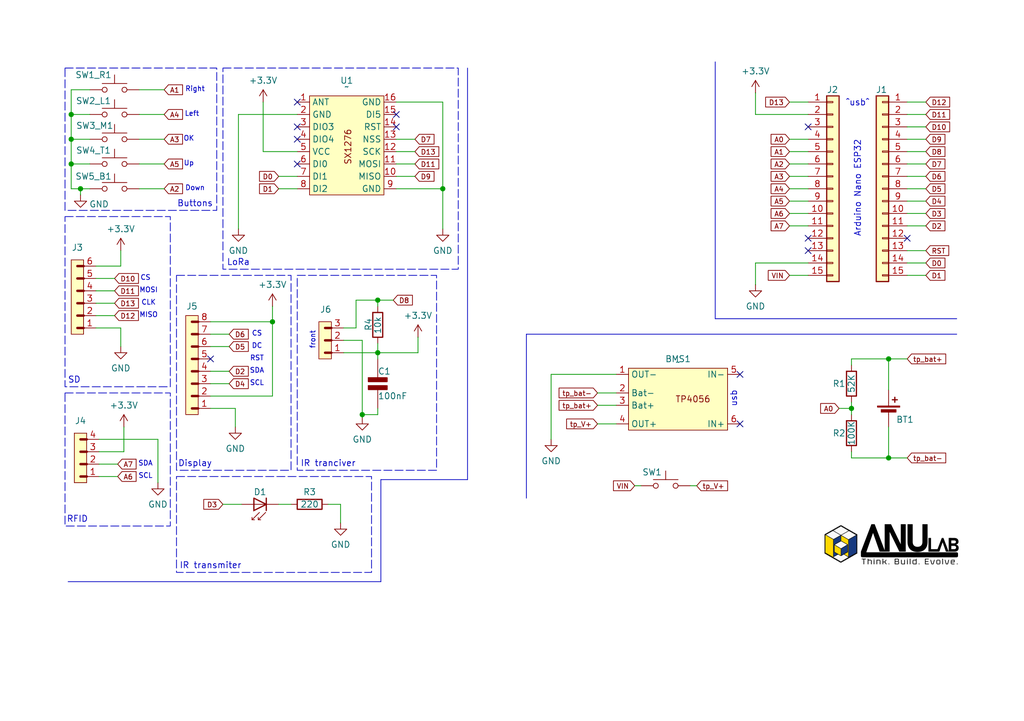
<source format=kicad_sch>
(kicad_sch (version 20250114) (generator "eeschema") (generator_version "9.0")
  (paper "A5")
  (title_block (title "capibaraZero PCB") (date "2025-06-04") (rev "1.5") (company "Szymon \"Glinek\" Glinka under ANUlab Organization") (comment 1 "credits: capibarazero.com"))
  (lib_symbols
    (symbol "Connector_Generic:Conn_01x15" (pin_names (offset 1.016) (hide yes))
      (property "Reference" "J" (at 0 20.32 0))
      (property "Value" "Conn_01x15" (at 0 -20.32 0))
      (symbol "Conn_01x15_1_1"
        (rectangle (start -1.27 19.05) (end 1.27 -19.05) (stroke (width 0.254)) (fill (type background)))
        (rectangle (start -1.27 17.907) (end 0 17.653) (stroke (width 0.1524)))
        (rectangle (start -1.27 15.367) (end 0 15.113) (stroke (width 0.1524)))
        (rectangle (start -1.27 12.827) (end 0 12.573) (stroke (width 0.1524)))
        (rectangle (start -1.27 10.287) (end 0 10.033) (stroke (width 0.1524)))
        (rectangle (start -1.27 7.747) (end 0 7.493) (stroke (width 0.1524)))
        (rectangle (start -1.27 5.207) (end 0 4.953) (stroke (width 0.1524)))
        (rectangle (start -1.27 2.667) (end 0 2.413) (stroke (width 0.1524)))
        (rectangle (start -1.27 0.127) (end 0 -0.127) (stroke (width 0.1524)))
        (rectangle (start -1.27 -2.413) (end 0 -2.667) (stroke (width 0.1524)))
        (rectangle (start -1.27 -4.953) (end 0 -5.207) (stroke (width 0.1524)))
        (rectangle (start -1.27 -7.493) (end 0 -7.747) (stroke (width 0.1524)))
        (rectangle (start -1.27 -10.033) (end 0 -10.287) (stroke (width 0.1524)))
        (rectangle (start -1.27 -12.573) (end 0 -12.827) (stroke (width 0.1524)))
        (rectangle (start -1.27 -15.113) (end 0 -15.367) (stroke (width 0.1524)))
        (rectangle (start -1.27 -17.653) (end 0 -17.907) (stroke (width 0.1524)))
        (pin passive line (at -5.08 17.78 0) (length 3.81) (name "Pin_1") (number "1"))
        (pin passive line (at -5.08 15.24 0) (length 3.81) (name "Pin_2") (number "2"))
        (pin passive line (at -5.08 12.7 0) (length 3.81) (name "Pin_3") (number "3"))
        (pin passive line (at -5.08 10.16 0) (length 3.81) (name "Pin_4") (number "4"))
        (pin passive line (at -5.08 7.62 0) (length 3.81) (name "Pin_5") (number "5"))
        (pin passive line (at -5.08 5.08 0) (length 3.81) (name "Pin_6") (number "6"))
        (pin passive line (at -5.08 2.54 0) (length 3.81) (name "Pin_7") (number "7"))
        (pin passive line (at -5.08 0 0) (length 3.81) (name "Pin_8") (number "8"))
        (pin passive line (at -5.08 -2.54 0) (length 3.81) (name "Pin_9") (number "9"))
        (pin passive line (at -5.08 -5.08 0) (length 3.81) (name "Pin_10") (number "10"))
        (pin passive line (at -5.08 -7.62 0) (length 3.81) (name "Pin_11") (number "11"))
        (pin passive line (at -5.08 -10.16 0) (length 3.81) (name "Pin_12") (number "12"))
        (pin passive line (at -5.08 -12.7 0) (length 3.81) (name "Pin_13") (number "13"))
        (pin passive line (at -5.08 -15.24 0) (length 3.81) (name "Pin_14") (number "14"))
        (pin passive line (at -5.08 -17.78 0) (length 3.81) (name "Pin_15") (number "15"))
      )
    )
    (symbol "Device:Battery_Cell" (pin_numbers (hide yes)) (pin_names (offset 0) (hide yes))
      (property "Reference" "BT" (at 2.54 2.54 0))
      (property "Value" "Battery_Cell" (at 2.54 0 0))
      (symbol "Battery_Cell_0_1"
        (rectangle (start -2.286 1.778) (end 2.286 1.524) (fill (type outline)))
        (rectangle (start -1.524 1.016) (end 1.524 0.508) (fill (type outline)))
        (polyline (pts (xy 0 1.778) (xy 0 2.54)))
        (polyline (pts (xy 0 0.762) (xy 0 0)))
        (polyline (pts (xy 0.762 3.048) (xy 1.778 3.048)) (stroke (width 0.254)))
        (polyline (pts (xy 1.27 3.556) (xy 1.27 2.54)) (stroke (width 0.254)))
      )
      (symbol "Battery_Cell_1_1"
        (pin passive line (at 0 5.08 270) (length 2.54) (name "+") (number "1"))
        (pin passive line (at 0 -2.54 90) (length 2.54) (name "-") (number "2"))
      )
    )
    (symbol "Device:R" (pin_numbers (hide yes)) (pin_names (offset 0))
      (property "Reference" "R" (at 2.032 0 90))
      (property "Value" "R" (at 0 0 90))
      (symbol "R_0_1"
        (rectangle (start -1.016 -2.54) (end 1.016 2.54) (stroke (width 0.254)))
      )
      (symbol "R_1_1"
        (pin passive line (at 0 3.81 270) (length 1.27) (name "~") (number "1"))
        (pin passive line (at 0 -3.81 90) (length 1.27) (name "~") (number "2"))
      )
    )
    (symbol "LED:IR204A" (pin_numbers (hide yes)) (pin_names (offset 1.016) (hide yes))
      (property "Reference" "D" (at 0.508 1.778 0))
      (property "Value" "IR204A" (at -1.016 -2.794 0))
      (symbol "IR204A_0_1"
        (polyline (pts (xy -2.54 1.27) (xy -2.54 -1.27)) (stroke (width 0.254)))
        (polyline (pts (xy -2.413 1.651) (xy -0.889 3.175) (xy -0.889 2.667) (xy -0.889 3.175) (xy -1.397 3.175)))
        (polyline (pts (xy -1.143 1.651) (xy 0.381 3.175) (xy 0.381 2.667)))
        (polyline (pts (xy 0 1.27) (xy -2.54 0) (xy 0 -1.27) (xy 0 1.27)) (stroke (width 0.254)))
        (polyline (pts (xy 0 0) (xy -2.54 0)))
        (polyline (pts (xy 0.381 3.175) (xy -0.127 3.175)))
      )
      (symbol "IR204A_1_1"
        (pin passive line (at -5.08 0 0) (length 2.54) (name "K") (number "1"))
        (pin passive line (at 2.54 0 180) (length 2.54) (name "A") (number "2"))
      )
    )
    (symbol "MySymbolLib:SX1276"
      (property "Reference" "U" (at 0 0 0))
      (symbol "SX1276_1_1"
        (rectangle (start -7.62 -1.27) (end 7.62 -21.59) (fill (type background)))
        (text "SX1276\n" (at 0.254 -11.684 900) (effects (font (size 1.27 1.27))))
        (pin bidirectional line (at -10.16 -2.54 0) (length 2.54) (name "ANT") (number "1"))
        (pin bidirectional line (at -10.16 -5.08 0) (length 2.54) (name "GND") (number "2"))
        (pin bidirectional line (at -10.16 -7.62 0) (length 2.54) (name "DIO3") (number "3"))
        (pin bidirectional line (at -10.16 -10.16 0) (length 2.54) (name "DIO4") (number "4"))
        (pin bidirectional line (at -10.16 -12.7 0) (length 2.54) (name "VCC") (number "5"))
        (pin bidirectional line (at -10.16 -15.24 0) (length 2.54) (name "DI0") (number "6"))
        (pin bidirectional line (at -10.16 -17.78 0) (length 2.54) (name "DI1") (number "7"))
        (pin bidirectional line (at -10.16 -20.32 0) (length 2.54) (name "DI2") (number "8"))
        (pin bidirectional line (at 10.16 -2.54 180) (length 2.54) (name "GND") (number "16"))
        (pin bidirectional line (at 10.16 -5.08 180) (length 2.54) (name "DI5") (number "15"))
        (pin bidirectional line (at 10.16 -7.62 180) (length 2.54) (name "RST") (number "14"))
        (pin bidirectional line (at 10.16 -10.16 180) (length 2.54) (name "NSS") (number "13"))
        (pin bidirectional line (at 10.16 -12.7 180) (length 2.54) (name "SCK") (number "12"))
        (pin bidirectional line (at 10.16 -15.24 180) (length 2.54) (name "MOSI") (number "11"))
        (pin bidirectional line (at 10.16 -17.78 180) (length 2.54) (name "MISO") (number "10"))
        (pin bidirectional line (at 10.16 -20.32 180) (length 2.54) (name "GND") (number "9"))
      )
    )
    (symbol "MySymbolLib:tp4056"
      (property "Reference" "BMS" (at 0 0 0))
      (symbol "tp4056_1_1"
        (rectangle (start -8.89 -1.27) (end 11.43 -13.97) (fill (type background)))
        (text "TP4056\n" (at 4.318 -7.62 0) (effects (font (size 1.27 1.27))))
        (pin power_out line (at -11.43 -2.54 0) (length 2.54) (name "OUT-") (number "1"))
        (pin power_in line (at -11.43 -6.35 0) (length 2.54) (name "Bat-") (number "2"))
        (pin power_in line (at -11.43 -8.89 0) (length 2.54) (name "Bat+") (number "3"))
        (pin power_out line (at -11.43 -12.7 0) (length 2.54) (name "OUT+") (number "4"))
        (pin power_in line (at 13.97 -2.54 180) (length 2.54) (name "IN-") (number "5"))
        (pin power_in line (at 13.97 -12.7 180) (length 2.54) (name "IN+") (number "6"))
      )
    )
    (symbol "PCM_Elektuur:C" (pin_numbers (hide yes)) (pin_names (offset 0) (hide yes))
      (property "Reference" "C" (at 0.635 3.175 0))
      (property "Value" "C" (at 0.635 -3.175 0))
      (symbol "C_1_1"
        (rectangle (start -1.905 1.1938) (end 1.905 0.4318) (stroke (width 0.254)) (fill (type outline)))
        (rectangle (start -1.905 -0.4318) (end 1.905 -1.1938) (stroke (width 0.254)) (fill (type outline)))
        (pin passive line (at 0 5.08 270) (length 3.8862) (name "+") (number "1"))
        (pin passive line (at 0 -5.08 90) (length 3.8862) (name "-") (number "2"))
      )
      (symbol "C_1_2"
        (polyline (pts (xy -1.905 0.4318) (xy 1.905 0.4318) (xy 1.905 1.4986) (xy -1.905 1.4986) (xy -1.905 0.4318) (xy -1.8034 0.5334) (xy -1.8034 1.397) (xy 1.8034 1.397) (xy 1.8034 0.5334) (xy -1.8034 0.5334) (xy -1.905 0.4318)) (stroke (width 0.254)) (fill (type outline)))
        (polyline (pts (xy -1.905 -1.4986) (xy 1.905 -1.4986) (xy 1.905 -0.4318) (xy -1.905 -0.4318) (xy -1.905 -1.4986) (xy -1.8034 -1.397) (xy -1.8034 -0.5334) (xy 1.8034 -0.5334) (xy 1.8034 -1.397) (xy -1.8034 -1.397) (xy -1.905 -1.4986)) (stroke (width 0.254)) (fill (type outline)))
        (pin passive line (at 0 5.08 270) (length 3.5814) (name "+") (number "1"))
        (pin passive line (at 0 -5.08 90) (length 3.5814) (name "-") (number "2"))
      )
    )
    (symbol "PCM_SL_Pin_Headers:PINHD_1x3_Male"
      (property "Reference" "J" (at 0 7.62 0))
      (property "Value" "PINHD_1x3_Male" (at 0 5.08 0))
      (symbol "PINHD_1x3_Male_0_1"
        (rectangle (start -1.27 3.81) (end 1.27 -3.81) (fill (type background)))
        (polyline (pts (xy -1.27 2.54) (xy 0 2.54)) (stroke (width 0.3)))
        (polyline (pts (xy -1.27 2.54) (xy 0 2.54)) (stroke (width 0.5)))
        (polyline (pts (xy -1.27 0) (xy 0 0)) (stroke (width 0.3)))
        (polyline (pts (xy -1.27 0) (xy 0 0)) (stroke (width 0.5)))
        (polyline (pts (xy -1.27 -2.54) (xy 0 -2.54)) (stroke (width 0.3)))
        (polyline (pts (xy -1.27 -2.54) (xy 0 -2.54)) (stroke (width 0.5)))
      )
      (symbol "PINHD_1x3_Male_1_1"
        (pin passive line (at -3.81 2.54 0) (length 2.54) (name "") (number "1"))
        (pin passive line (at -3.81 0 0) (length 2.54) (name "") (number "2"))
        (pin passive line (at -3.81 -2.54 0) (length 2.54) (name "") (number "3"))
      )
    )
    (symbol "PCM_SL_Pin_Headers:PINHD_1x4_Male"
      (property "Reference" "J" (at 0 8.89 0))
      (property "Value" "PINHD_1x4_Male" (at 0 6.35 0))
      (symbol "PINHD_1x4_Male_0_1"
        (rectangle (start -1.27 5.08) (end 1.27 -5.08) (fill (type background)))
        (polyline (pts (xy -1.27 3.81) (xy 0 3.81)) (stroke (width 0.3)))
        (polyline (pts (xy -1.27 3.81) (xy 0 3.81)) (stroke (width 0.5)))
        (polyline (pts (xy -1.27 1.27) (xy 0 1.27)) (stroke (width 0.3)))
        (polyline (pts (xy -1.27 1.27) (xy 0 1.27)) (stroke (width 0.5)))
        (polyline (pts (xy -1.27 -1.27) (xy 0 -1.27)) (stroke (width 0.3)))
        (polyline (pts (xy -1.27 -1.27) (xy 0 -1.27)) (stroke (width 0.5)))
        (polyline (pts (xy -1.27 -3.81) (xy 0 -3.81)) (stroke (width 0.3)))
        (polyline (pts (xy -1.27 -3.81) (xy 0 -3.81)) (stroke (width 0.5)))
      )
      (symbol "PINHD_1x4_Male_1_1"
        (pin passive line (at -3.81 3.81 0) (length 2.54) (name "") (number "1"))
        (pin passive line (at -3.81 1.27 0) (length 2.54) (name "") (number "2"))
        (pin passive line (at -3.81 -1.27 0) (length 2.54) (name "") (number "3"))
        (pin passive line (at -3.81 -3.81 0) (length 2.54) (name "") (number "4"))
      )
    )
    (symbol "PCM_SL_Pin_Headers:PINHD_1x6_Male"
      (property "Reference" "J" (at 0 11.43 0))
      (property "Value" "PINHD_1x6_Male" (at 0 8.89 0))
      (symbol "PINHD_1x6_Male_0_1"
        (rectangle (start -1.27 7.62) (end 1.27 -7.62) (fill (type background)))
        (polyline (pts (xy -1.27 6.35) (xy 0 6.35)) (stroke (width 0.3)))
        (polyline (pts (xy -1.27 6.35) (xy 0 6.35)) (stroke (width 0.5)))
        (polyline (pts (xy -1.27 3.81) (xy 0 3.81)) (stroke (width 0.3)))
        (polyline (pts (xy -1.27 3.81) (xy 0 3.81)) (stroke (width 0.5)))
        (polyline (pts (xy -1.27 1.27) (xy 0 1.27)) (stroke (width 0.3)))
        (polyline (pts (xy -1.27 1.27) (xy 0 1.27)) (stroke (width 0.5)))
        (polyline (pts (xy -1.27 -1.27) (xy 0 -1.27)) (stroke (width 0.3)))
        (polyline (pts (xy -1.27 -1.27) (xy 0 -1.27)) (stroke (width 0.5)))
        (polyline (pts (xy -1.27 -3.81) (xy 0 -3.81)) (stroke (width 0.3)))
        (polyline (pts (xy -1.27 -3.81) (xy 0 -3.81)) (stroke (width 0.5)))
        (polyline (pts (xy -1.27 -6.35) (xy 0 -6.35)) (stroke (width 0.3)))
        (polyline (pts (xy -1.27 -6.35) (xy 0 -6.35)) (stroke (width 0.5)))
      )
      (symbol "PINHD_1x6_Male_1_1"
        (pin passive line (at -3.81 6.35 0) (length 2.54) (name "") (number "1"))
        (pin passive line (at -3.81 3.81 0) (length 2.54) (name "") (number "2"))
        (pin passive line (at -3.81 1.27 0) (length 2.54) (name "") (number "3"))
        (pin passive line (at -3.81 -1.27 0) (length 2.54) (name "") (number "4"))
        (pin passive line (at -3.81 -3.81 0) (length 2.54) (name "") (number "5"))
        (pin passive line (at -3.81 -6.35 0) (length 2.54) (name "") (number "6"))
      )
    )
    (symbol "PCM_SL_Pin_Headers:PINHD_1x8_Male"
      (property "Reference" "J" (at 0 13.97 0))
      (property "Value" "PINHD_1x8_Male" (at 0 11.43 0))
      (symbol "PINHD_1x8_Male_0_1"
        (rectangle (start -1.27 10.16) (end 1.27 -10.16) (fill (type background)))
        (polyline (pts (xy -1.27 8.89) (xy 0 8.89)) (stroke (width 0.3)))
        (polyline (pts (xy -1.27 8.89) (xy 0 8.89)) (stroke (width 0.5)))
        (polyline (pts (xy -1.27 6.35) (xy 0 6.35)) (stroke (width 0.3)))
        (polyline (pts (xy -1.27 6.35) (xy 0 6.35)) (stroke (width 0.5)))
        (polyline (pts (xy -1.27 3.81) (xy 0 3.81)) (stroke (width 0.3)))
        (polyline (pts (xy -1.27 3.81) (xy 0 3.81)) (stroke (width 0.5)))
        (polyline (pts (xy -1.27 1.27) (xy 0 1.27)) (stroke (width 0.3)))
        (polyline (pts (xy -1.27 1.27) (xy 0 1.27)) (stroke (width 0.5)))
        (polyline (pts (xy -1.27 -1.27) (xy 0 -1.27)) (stroke (width 0.3)))
        (polyline (pts (xy -1.27 -1.27) (xy 0 -1.27)) (stroke (width 0.5)))
        (polyline (pts (xy -1.27 -3.81) (xy 0 -3.81)) (stroke (width 0.3)))
        (polyline (pts (xy -1.27 -3.81) (xy 0 -3.81)) (stroke (width 0.5)))
        (polyline (pts (xy -1.27 -6.35) (xy 0 -6.35)) (stroke (width 0.3)))
        (polyline (pts (xy -1.27 -6.35) (xy 0 -6.35)) (stroke (width 0.5)))
        (polyline (pts (xy -1.27 -8.89) (xy 0 -8.89)) (stroke (width 0.3)))
        (polyline (pts (xy -1.27 -8.89) (xy 0 -8.89)) (stroke (width 0.5)))
      )
      (symbol "PINHD_1x8_Male_1_1"
        (pin passive line (at -3.81 8.89 0) (length 2.54) (name "") (number "1"))
        (pin passive line (at -3.81 6.35 0) (length 2.54) (name "") (number "2"))
        (pin passive line (at -3.81 3.81 0) (length 2.54) (name "") (number "3"))
        (pin passive line (at -3.81 1.27 0) (length 2.54) (name "") (number "4"))
        (pin passive line (at -3.81 -1.27 0) (length 2.54) (name "") (number "5"))
        (pin passive line (at -3.81 -3.81 0) (length 2.54) (name "") (number "6"))
        (pin passive line (at -3.81 -6.35 0) (length 2.54) (name "") (number "7"))
        (pin passive line (at -3.81 -8.89 0) (length 2.54) (name "") (number "8"))
      )
    )
    (symbol "Switch:SW_Push" (pin_numbers (hide yes)) (pin_names (offset 1.016) (hide yes))
      (property "Reference" "SW" (at 1.27 2.54 0))
      (property "Value" "SW_Push" (at 0 -1.524 0))
      (symbol "SW_Push_0_1"
        (circle (center -2.032 0) (radius 0.508))
        (polyline (pts (xy 0 1.27) (xy 0 3.048)))
        (circle (center 2.032 0) (radius 0.508))
        (polyline (pts (xy 2.54 1.27) (xy -2.54 1.27)))
        (pin passive line (at -5.08 0 0) (length 2.54) (name "1") (number "1"))
        (pin passive line (at 5.08 0 180) (length 2.54) (name "2") (number "2"))
      )
    )
    (symbol "power:+3.3V" (power) (pin_numbers (hide yes)) (pin_names (offset 0) (hide yes))
      (property "Value" "+3.3V" (at 0 3.556 0))
      (symbol "+3.3V_0_1"
        (polyline (pts (xy -0.762 1.27) (xy 0 2.54)))
        (polyline (pts (xy 0 2.54) (xy 0.762 1.27)))
        (polyline (pts (xy 0 0) (xy 0 2.54)))
      )
      (symbol "+3.3V_1_1"
        (pin power_in line (at 0 0 90) (length 0) (name "~") (number "1"))
      )
    )
    (symbol "power:GND" (power) (pin_numbers (hide yes)) (pin_names (offset 0) (hide yes))
      (property "Value" "GND" (at 0 -3.81 0))
      (symbol "GND_0_1"
        (polyline (pts (xy 0 0) (xy 0 -1.27) (xy 1.27 -1.27) (xy 0 -2.54) (xy -1.27 -1.27) (xy 0 -1.27)))
      )
      (symbol "GND_1_1"
        (pin power_in line (at 0 0 270) (length 0) (name "~") (number "1"))
      )
    )
  )
  (rectangle (start 36.195 97.79) (end 76.2 117.475) (stroke (width 0) (type dash)))
  (rectangle (start 13.335 80.645) (end 34.925 107.95) (stroke (width 0) (type dash)))
  (rectangle (start 13.335 13.97) (end 44.45 43.18) (stroke (width 0) (type dash)))
  (rectangle (start 60.96 56.515) (end 89.535 96.52) (stroke (width 0) (type dash)))
  (rectangle (start 45.72 13.97) (end 93.98 55.245) (stroke (width 0) (type dash)))
  (rectangle (start 36.195 56.515) (end 59.69 96.52) (stroke (width 0) (type dash)))
  (rectangle (start 13.335 44.45) (end 34.925 79.375) (stroke (width 0) (type dash)))
  (text "SCL\n" (at 52.705 78.74 0) (effects (font (size 1.016 1.016))))
  (text "Down\n" (at 40.005 38.735 0) (effects (font (size 1.016 1.016))))
  (text "Buttons\n" (at 40.005 41.91 0) (effects (font (size 1.27 1.27))))
  (text "Right\n" (at 40.005 18.415 0) (effects (font (size 1.016 1.016))))
  (text "OK\n" (at 38.735 28.575 0) (effects (font (size 1.016 1.016))))
  (text "Up\n" (at 38.735 33.655 0) (effects (font (size 1.016 1.016))))
  (text "Arduino Nano ESP32" (at 175.895 38.735 90) (effects (font (size 1.27 1.27))))
  (text "IR transmiter" (at 43.18 116.205 0) (effects (font (size 1.27 1.27))))
  (text "CS" (at 29.845 57.15 0) (effects (font (size 1.016 1.016))))
  (text "usb" (at 150.495 81.915 90) (effects (font (size 1.27 1.27))))
  (text "RST" (at 52.705 73.66 0) (effects (font (size 1.016 1.016))))
  (text "CLK\n" (at 30.48 62.23 0) (effects (font (size 1.016 1.016))))
  (text "front\n" (at 64.135 69.85 90) (effects (font (size 1.016 1.016))))
  (text "RFID" (at 15.875 106.68 0) (effects (font (size 1.27 1.27))))
  (text "^usb^" (at 175.895 21.209 0) (effects (font (size 1.27 1.27))))
  (text "LoRa" (at 48.895 53.975 0) (effects (font (size 1.27 1.27))))
  (text "Display\n" (at 40.005 95.25 0) (effects (font (size 1.27 1.27))))
  (text "SDA\n" (at 29.845 95.25 0) (effects (font (size 1.016 1.016))))
  (text "MOSI\n" (at 30.48 59.69 0) (effects (font (size 1.016 1.016))))
  (text "DC\n" (at 52.705 71.12 0) (effects (font (size 1.016 1.016))))
  (text "SCL\n" (at 29.845 97.79 0) (effects (font (size 1.016 1.016))))
  (text "CS\n" (at 52.705 68.58 0) (effects (font (size 1.016 1.016))))
  (text "SDA" (at 52.705 76.2 0) (effects (font (size 1.016 1.016))))
  (text "Left\n" (at 39.37 23.495 0) (effects (font (size 1.016 1.016))))
  (text "SD\n" (at 15.24 78.105 0) (effects (font (size 1.27 1.27))))
  (text "IR tranciver\n" (at 67.31 95.25 0) (effects (font (size 1.27 1.27))))
  (text "MISO\n" (at 30.48 64.77 0) (effects (font (size 1.016 1.016))))
  (junction (at 14.605 23.495))
  (junction (at 90.805 38.735))
  (junction (at 16.51 38.735))
  (junction (at 14.605 28.575))
  (junction (at 55.88 66.04))
  (junction (at 77.47 61.595))
  (junction (at 74.295 85.09))
  (junction (at 182.245 73.66))
  (junction (at 14.605 33.655))
  (junction (at 182.245 93.98))
  (junction (at 174.625 83.82))
  (junction (at 77.47 72.39))
  (no_connect (at 81.28 23.495))
  (no_connect (at 60.96 26.035))
  (no_connect (at 81.28 26.035))
  (no_connect (at 60.96 33.655))
  (no_connect (at 60.96 28.575))
  (no_connect (at 165.735 26.035))
  (no_connect (at 151.765 76.835))
  (no_connect (at 165.735 48.895))
  (no_connect (at 151.765 86.995))
  (no_connect (at 165.735 51.435))
  (no_connect (at 60.96 20.955))
  (no_connect (at 186.055 48.895))
  (no_connect (at 43.18 73.66))
  (wire (pts (xy 174.625 73.66) (xy 182.245 73.66)))
  (wire (pts (xy 182.245 87.63) (xy 182.245 93.98)))
  (wire (pts (xy 53.975 20.955) (xy 53.975 31.115)))
  (wire (pts (xy 81.28 20.955) (xy 90.805 20.955)))
  (wire (pts (xy 165.735 33.655) (xy 161.925 33.655)))
  (wire (pts (xy 43.18 71.12) (xy 46.99 71.12)))
  (wire (pts (xy 126.365 76.835) (xy 113.03 76.835)))
  (wire (pts (xy 74.295 69.85) (xy 70.485 69.85)))
  (wire (pts (xy 77.47 72.39) (xy 70.485 72.39)))
  (wire (pts (xy 55.88 66.04) (xy 55.88 62.865)))
  (polyline (pts (xy 107.95 68.58) (xy 107.95 102.235)))
  (wire (pts (xy 165.735 28.575) (xy 161.925 28.575)))
  (wire (pts (xy 186.055 31.115) (xy 189.865 31.115)))
  (wire (pts (xy 174.625 85.09) (xy 174.625 83.82)))
  (wire (pts (xy 73.025 61.595) (xy 73.025 67.31)))
  (wire (pts (xy 24.765 67.31) (xy 19.685 67.31)))
  (wire (pts (xy 77.47 61.595) (xy 77.47 62.865)))
  (wire (pts (xy 28.575 33.655) (xy 33.655 33.655)))
  (wire (pts (xy 174.625 83.82) (xy 174.625 82.55)))
  (wire (pts (xy 81.28 38.735) (xy 90.805 38.735)))
  (wire (pts (xy 32.385 90.17) (xy 32.385 99.06)))
  (wire (pts (xy 25.4 92.71) (xy 25.4 87.63)))
  (wire (pts (xy 16.51 40.005) (xy 16.51 38.735)))
  (wire (pts (xy 59.69 103.505) (xy 57.15 103.505)))
  (wire (pts (xy 73.025 67.31) (xy 70.485 67.31)))
  (wire (pts (xy 18.415 18.415) (xy 14.605 18.415)))
  (wire (pts (xy 43.18 81.28) (xy 55.88 81.28)))
  (wire (pts (xy 24.765 67.31) (xy 24.765 71.12)))
  (wire (pts (xy 81.28 31.115) (xy 85.09 31.115)))
  (wire (pts (xy 20.32 95.25) (xy 24.13 95.25)))
  (wire (pts (xy 174.625 93.98) (xy 182.245 93.98)))
  (wire (pts (xy 43.18 68.58) (xy 46.99 68.58)))
  (wire (pts (xy 28.575 28.575) (xy 33.655 28.575)))
  (wire (pts (xy 182.245 73.66) (xy 182.245 80.01)))
  (wire (pts (xy 126.365 86.995) (xy 122.555 86.995)))
  (wire (pts (xy 69.85 103.505) (xy 69.85 107.315)))
  (polyline (pts (xy 95.885 13.97) (xy 95.885 98.425)))
  (wire (pts (xy 174.625 73.66) (xy 174.625 74.93)))
  (wire (pts (xy 14.605 23.495) (xy 14.605 28.575)))
  (wire (pts (xy 14.605 28.575) (xy 14.605 33.655)))
  (wire (pts (xy 14.605 18.415) (xy 14.605 23.495)))
  (wire (pts (xy 19.685 62.23) (xy 23.495 62.23)))
  (wire (pts (xy 48.895 23.495) (xy 48.895 46.99)))
  (wire (pts (xy 186.055 20.955) (xy 189.865 20.955)))
  (wire (pts (xy 24.765 54.61) (xy 19.685 54.61)))
  (wire (pts (xy 126.365 83.185) (xy 122.555 83.185)))
  (wire (pts (xy 77.47 83.82) (xy 77.47 85.09)))
  (wire (pts (xy 77.47 61.595) (xy 80.645 61.595)))
  (wire (pts (xy 73.025 61.595) (xy 77.47 61.595)))
  (wire (pts (xy 16.51 38.735) (xy 14.605 38.735)))
  (wire (pts (xy 165.735 43.815) (xy 161.925 43.815)))
  (wire (pts (xy 77.47 85.09) (xy 74.295 85.09)))
  (wire (pts (xy 165.735 36.195) (xy 161.925 36.195)))
  (wire (pts (xy 165.735 56.515) (xy 161.925 56.515)))
  (wire (pts (xy 14.605 23.495) (xy 18.415 23.495)))
  (wire (pts (xy 60.96 31.115) (xy 53.975 31.115)))
  (polyline (pts (xy 13.97 119.38) (xy 78.105 119.38)))
  (wire (pts (xy 186.055 36.195) (xy 189.865 36.195)))
  (wire (pts (xy 165.735 41.275) (xy 161.925 41.275)))
  (wire (pts (xy 174.625 83.82) (xy 172.085 83.82)))
  (wire (pts (xy 154.94 23.495) (xy 165.735 23.495)))
  (wire (pts (xy 48.26 83.82) (xy 43.18 83.82)))
  (wire (pts (xy 48.26 83.82) (xy 48.26 87.63)))
  (wire (pts (xy 186.055 46.355) (xy 189.865 46.355)))
  (wire (pts (xy 186.055 51.435) (xy 189.865 51.435)))
  (wire (pts (xy 28.575 23.495) (xy 33.655 23.495)))
  (wire (pts (xy 74.295 85.09) (xy 74.295 85.725)))
  (wire (pts (xy 43.18 76.2) (xy 46.99 76.2)))
  (wire (pts (xy 77.47 73.66) (xy 77.47 72.39)))
  (wire (pts (xy 28.575 38.735) (xy 33.655 38.735)))
  (polyline (pts (xy 78.105 98.425) (xy 78.105 119.38)))
  (wire (pts (xy 186.055 28.575) (xy 189.865 28.575)))
  (wire (pts (xy 165.735 46.355) (xy 161.925 46.355)))
  (wire (pts (xy 28.575 18.415) (xy 33.655 18.415)))
  (wire (pts (xy 19.685 59.69) (xy 23.495 59.69)))
  (wire (pts (xy 90.805 20.955) (xy 90.805 38.735)))
  (wire (pts (xy 81.28 36.195) (xy 85.09 36.195)))
  (wire (pts (xy 186.055 43.815) (xy 189.865 43.815)))
  (wire (pts (xy 14.605 33.655) (xy 18.415 33.655)))
  (wire (pts (xy 55.88 81.28) (xy 55.88 66.04)))
  (wire (pts (xy 165.735 38.735) (xy 161.925 38.735)))
  (wire (pts (xy 19.685 57.15) (xy 23.495 57.15)))
  (wire (pts (xy 165.735 20.955) (xy 161.925 20.955)))
  (polyline (pts (xy 95.885 98.425) (xy 78.105 98.425)))
  (wire (pts (xy 186.055 38.735) (xy 189.865 38.735)))
  (wire (pts (xy 186.055 53.975) (xy 189.865 53.975)))
  (polyline (pts (xy 146.685 65.405) (xy 196.215 65.405)))
  (wire (pts (xy 77.47 70.485) (xy 77.47 72.39)))
  (wire (pts (xy 14.605 33.655) (xy 14.605 38.735)))
  (wire (pts (xy 113.03 76.835) (xy 113.03 90.17)))
  (wire (pts (xy 182.245 73.66) (xy 186.055 73.66)))
  (wire (pts (xy 19.685 64.77) (xy 23.495 64.77)))
  (wire (pts (xy 186.055 33.655) (xy 189.865 33.655)))
  (wire (pts (xy 25.4 92.71) (xy 20.32 92.71)))
  (wire (pts (xy 186.055 41.275) (xy 189.865 41.275)))
  (wire (pts (xy 186.055 26.035) (xy 189.865 26.035)))
  (wire (pts (xy 43.18 78.74) (xy 46.99 78.74)))
  (wire (pts (xy 165.735 31.115) (xy 161.925 31.115)))
  (wire (pts (xy 154.94 53.975) (xy 154.94 58.42)))
  (wire (pts (xy 77.47 72.39) (xy 85.725 72.39)))
  (wire (pts (xy 16.51 38.735) (xy 18.415 38.735)))
  (wire (pts (xy 14.605 28.575) (xy 18.415 28.575)))
  (wire (pts (xy 69.85 103.505) (xy 67.31 103.505)))
  (wire (pts (xy 24.765 54.61) (xy 24.765 51.435)))
  (wire (pts (xy 174.625 93.98) (xy 174.625 92.71)))
  (wire (pts (xy 81.28 28.575) (xy 85.09 28.575)))
  (wire (pts (xy 154.94 23.495) (xy 154.94 19.05)))
  (wire (pts (xy 60.96 23.495) (xy 48.895 23.495)))
  (wire (pts (xy 186.055 56.515) (xy 189.865 56.515)))
  (wire (pts (xy 154.94 53.975) (xy 165.735 53.975)))
  (wire (pts (xy 60.96 38.735) (xy 57.15 38.735)))
  (wire (pts (xy 85.725 72.39) (xy 85.725 69.215)))
  (wire (pts (xy 74.295 69.85) (xy 74.295 85.09)))
  (wire (pts (xy 32.385 90.17) (xy 20.32 90.17)))
  (wire (pts (xy 141.605 99.695) (xy 142.875 99.695)))
  (wire (pts (xy 126.365 80.645) (xy 122.555 80.645)))
  (wire (pts (xy 90.805 38.735) (xy 90.805 46.99)))
  (wire (pts (xy 43.18 66.04) (xy 55.88 66.04)))
  (wire (pts (xy 60.96 36.195) (xy 57.15 36.195)))
  (wire (pts (xy 131.445 99.695) (xy 130.175 99.695)))
  (wire (pts (xy 182.245 93.98) (xy 186.055 93.98)))
  (wire (pts (xy 186.055 23.495) (xy 189.865 23.495)))
  (wire (pts (xy 49.53 103.505) (xy 45.72 103.505)))
  (wire (pts (xy 20.32 97.79) (xy 24.13 97.79)))
  (wire (pts (xy 81.28 33.655) (xy 85.09 33.655)))
  (polyline (pts (xy 196.215 68.58) (xy 107.95 68.58)))
  (polyline (pts (xy 146.685 12.7) (xy 146.685 65.405)))
  (image (at 182.88 111.76) (scale 0.312404))
  (global_label "VIN" (shape input) (at 130.175 99.695 180) (effects (font (size 1.016 1.016))) (property "Intersheetrefs" "${INTERSHEET_REFS}" (effects (hide yes))))
  (global_label "D0" (shape input) (at 189.865 53.975 0) (effects (font (size 1.016 1.016))) (property "Intersheetrefs" "${INTERSHEET_REFS}" (effects (hide yes))))
  (global_label "RST" (shape input) (at 189.865 51.435 0) (effects (font (size 1.016 1.016))) (property "Intersheetrefs" "${INTERSHEET_REFS}" (effects (hide yes))))
  (global_label "A2" (shape input) (at 161.925 33.655 180) (effects (font (size 1.016 1.016))) (property "Intersheetrefs" "${INTERSHEET_REFS}" (effects (hide yes))))
  (global_label "D11" (shape input) (at 23.495 59.69 0) (effects (font (size 1.016 1.016))) (property "Intersheetrefs" "${INTERSHEET_REFS}" (effects (hide yes))))
  (global_label "tp_bat+" (shape input) (at 122.555 83.185 180) (effects (font (size 1.016 1.016))) (property "Intersheetrefs" "${INTERSHEET_REFS}" (effects (hide yes))))
  (global_label "D2" (shape input) (at 189.865 46.355 0) (effects (font (size 1.016 1.016))) (property "Intersheetrefs" "${INTERSHEET_REFS}" (effects (hide yes))))
  (global_label "A1" (shape input) (at 33.655 18.415 0) (effects (font (size 1.016 1.016))) (property "Intersheetrefs" "${INTERSHEET_REFS}" (effects (hide yes))))
  (global_label "D2" (shape input) (at 46.99 76.2 0) (effects (font (size 1.016 1.016))) (property "Intersheetrefs" "${INTERSHEET_REFS}" (effects (hide yes))))
  (global_label "A6" (shape input) (at 161.925 43.815 180) (effects (font (size 1.016 1.016))) (property "Intersheetrefs" "${INTERSHEET_REFS}" (effects (hide yes))))
  (global_label "D12" (shape input) (at 23.495 64.77 0) (effects (font (size 1.016 1.016))) (property "Intersheetrefs" "${INTERSHEET_REFS}" (effects (hide yes))))
  (global_label "A3" (shape input) (at 161.925 36.195 180) (effects (font (size 1.016 1.016))) (property "Intersheetrefs" "${INTERSHEET_REFS}" (effects (hide yes))))
  (global_label "D13" (shape input) (at 85.09 31.115 0) (effects (font (size 1.016 1.016))) (property "Intersheetrefs" "${INTERSHEET_REFS}" (effects (hide yes))))
  (global_label "A4" (shape input) (at 33.655 23.495 0) (effects (font (size 1.016 1.016))) (property "Intersheetrefs" "${INTERSHEET_REFS}" (effects (hide yes))))
  (global_label "VIN" (shape input) (at 161.925 56.515 180) (effects (font (size 1.016 1.016))) (property "Intersheetrefs" "${INTERSHEET_REFS}" (effects (hide yes))))
  (global_label "D4" (shape input) (at 46.99 78.74 0) (effects (font (size 1.016 1.016))) (property "Intersheetrefs" "${INTERSHEET_REFS}" (effects (hide yes))))
  (global_label "D8" (shape input) (at 80.645 61.595 0) (effects (font (size 1.016 1.016))) (property "Intersheetrefs" "${INTERSHEET_REFS}" (effects (hide yes))))
  (global_label "D6" (shape input) (at 46.99 68.58 0) (effects (font (size 1.016 1.016))) (property "Intersheetrefs" "${INTERSHEET_REFS}" (effects (hide yes))))
  (global_label "D13" (shape input) (at 23.495 62.23 0) (effects (font (size 1.016 1.016))) (property "Intersheetrefs" "${INTERSHEET_REFS}" (effects (hide yes))))
  (global_label "A0" (shape input) (at 172.085 83.82 180) (effects (font (size 1.016 1.016))) (property "Intersheetrefs" "${INTERSHEET_REFS}" (effects (hide yes))))
  (global_label "D11" (shape input) (at 85.09 33.655 0) (effects (font (size 1.016 1.016))) (property "Intersheetrefs" "${INTERSHEET_REFS}" (effects (hide yes))))
  (global_label "A6" (shape input) (at 24.13 97.79 0) (effects (font (size 1.016 1.016))) (property "Intersheetrefs" "${INTERSHEET_REFS}" (effects (hide yes))))
  (global_label "A7" (shape input) (at 161.925 46.355 180) (effects (font (size 1.016 1.016))) (property "Intersheetrefs" "${INTERSHEET_REFS}" (effects (hide yes))))
  (global_label "D3" (shape input) (at 189.865 43.815 0) (effects (font (size 1.016 1.016))) (property "Intersheetrefs" "${INTERSHEET_REFS}" (effects (hide yes))))
  (global_label "tp_bat-" (shape input) (at 122.555 80.645 180) (effects (font (size 1.016 1.016))) (property "Intersheetrefs" "${INTERSHEET_REFS}" (effects (hide yes))))
  (global_label "A5" (shape input) (at 33.655 33.655 0) (effects (font (size 1.016 1.016))) (property "Intersheetrefs" "${INTERSHEET_REFS}" (effects (hide yes))))
  (global_label "D3" (shape input) (at 45.72 103.505 180) (effects (font (size 1.016 1.016))) (property "Intersheetrefs" "${INTERSHEET_REFS}" (effects (hide yes))))
  (global_label "D6" (shape input) (at 189.865 36.195 0) (effects (font (size 1.016 1.016))) (property "Intersheetrefs" "${INTERSHEET_REFS}" (effects (hide yes))))
  (global_label "A0" (shape input) (at 161.925 28.575 180) (effects (font (size 1.016 1.016))) (property "Intersheetrefs" "${INTERSHEET_REFS}" (effects (hide yes))))
  (global_label "A7" (shape input) (at 24.13 95.25 0) (effects (font (size 1.016 1.016))) (property "Intersheetrefs" "${INTERSHEET_REFS}" (effects (hide yes))))
  (global_label "D10" (shape input) (at 189.865 26.035 0) (effects (font (size 1.016 1.016))) (property "Intersheetrefs" "${INTERSHEET_REFS}" (effects (hide yes))))
  (global_label "D4" (shape input) (at 189.865 41.275 0) (effects (font (size 1.016 1.016))) (property "Intersheetrefs" "${INTERSHEET_REFS}" (effects (hide yes))))
  (global_label "D7" (shape input) (at 85.09 28.575 0) (effects (font (size 1.016 1.016))) (property "Intersheetrefs" "${INTERSHEET_REFS}" (effects (hide yes))))
  (global_label "D11" (shape input) (at 189.865 23.495 0) (effects (font (size 1.016 1.016))) (property "Intersheetrefs" "${INTERSHEET_REFS}" (effects (hide yes))))
  (global_label "tp_V+" (shape input) (at 142.875 99.695 0) (effects (font (size 1.016 1.016))) (property "Intersheetrefs" "${INTERSHEET_REFS}" (effects (hide yes))))
  (global_label "D5" (shape input) (at 189.865 38.735 0) (effects (font (size 1.016 1.016))) (property "Intersheetrefs" "${INTERSHEET_REFS}" (effects (hide yes))))
  (global_label "A5" (shape input) (at 161.925 41.275 180) (effects (font (size 1.016 1.016))) (property "Intersheetrefs" "${INTERSHEET_REFS}" (effects (hide yes))))
  (global_label "D1" (shape input) (at 57.15 38.735 180) (effects (font (size 1.016 1.016))) (property "Intersheetrefs" "${INTERSHEET_REFS}" (effects (hide yes))))
  (global_label "A4" (shape input) (at 161.925 38.735 180) (effects (font (size 1.016 1.016))) (property "Intersheetrefs" "${INTERSHEET_REFS}" (effects (hide yes))))
  (global_label "D13" (shape input) (at 161.925 20.955 180) (effects (font (size 1.016 1.016))) (property "Intersheetrefs" "${INTERSHEET_REFS}" (effects (hide yes))))
  (global_label "D5" (shape input) (at 46.99 71.12 0) (effects (font (size 1.016 1.016))) (property "Intersheetrefs" "${INTERSHEET_REFS}" (effects (hide yes))))
  (global_label "tp_bat-" (shape input) (at 186.055 93.98 0) (effects (font (size 1.016 1.016))) (property "Intersheetrefs" "${INTERSHEET_REFS}" (effects (hide yes))))
  (global_label "tp_V+" (shape input) (at 122.555 86.995 180) (effects (font (size 1.016 1.016))) (property "Intersheetrefs" "${INTERSHEET_REFS}" (effects (hide yes))))
  (global_label "tp_bat+" (shape input) (at 186.055 73.66 0) (effects (font (size 1.016 1.016))) (property "Intersheetrefs" "${INTERSHEET_REFS}" (effects (hide yes))))
  (global_label "D10" (shape input) (at 23.495 57.15 0) (effects (font (size 1.016 1.016))) (property "Intersheetrefs" "${INTERSHEET_REFS}" (effects (hide yes))))
  (global_label "D8" (shape input) (at 189.865 31.115 0) (effects (font (size 1.016 1.016))) (property "Intersheetrefs" "${INTERSHEET_REFS}" (effects (hide yes))))
  (global_label "A1" (shape input) (at 161.925 31.115 180) (effects (font (size 1.016 1.016))) (property "Intersheetrefs" "${INTERSHEET_REFS}" (effects (hide yes))))
  (global_label "D12" (shape input) (at 189.865 20.955 0) (effects (font (size 1.016 1.016))) (property "Intersheetrefs" "${INTERSHEET_REFS}" (effects (hide yes))))
  (global_label "D9" (shape input) (at 189.865 28.575 0) (effects (font (size 1.016 1.016))) (property "Intersheetrefs" "${INTERSHEET_REFS}" (effects (hide yes))))
  (global_label "D0" (shape input) (at 57.15 36.195 180) (effects (font (size 1.016 1.016))) (property "Intersheetrefs" "${INTERSHEET_REFS}" (effects (hide yes))))
  (global_label "A3" (shape input) (at 33.655 28.575 0) (effects (font (size 1.016 1.016))) (property "Intersheetrefs" "${INTERSHEET_REFS}" (effects (hide yes))))
  (global_label "D7" (shape input) (at 189.865 33.655 0) (effects (font (size 1.016 1.016))) (property "Intersheetrefs" "${INTERSHEET_REFS}" (effects (hide yes))))
  (global_label "D1" (shape input) (at 189.865 56.515 0) (effects (font (size 1.016 1.016))) (property "Intersheetrefs" "${INTERSHEET_REFS}" (effects (hide yes))))
  (global_label "A2" (shape input) (at 33.655 38.735 0) (effects (font (size 1.016 1.016))) (property "Intersheetrefs" "${INTERSHEET_REFS}" (effects (hide yes))))
  (global_label "D9" (shape input) (at 85.09 36.195 0) (effects (font (size 1.016 1.016))) (property "Intersheetrefs" "${INTERSHEET_REFS}" (effects (hide yes))))
  (symbol (lib_id "power:GND") (at 69.85 107.315 0) (unit 1)
    (property "Reference" "#PWR010" (effects (hide yes)))
    (property "Value" "GND" (at 69.85 111.76 0))
    (property "Description" "Power symbol creates a global label with name \"GND\" , ground" (effects (hide yes)))
  )
  (symbol (lib_id "Device:R") (at 63.5 103.505 90) (unit 1)
    (property "Reference" "R3" (at 63.5 100.965 90))
    (property "Value" "220" (at 63.5 103.505 90))
    (property "Footprint" "Resistor_SMD:R_1206_3216Metric_Pad1.30x1.75mm_HandSolder" (effects (hide yes)))
    (property "Description" "Resistor" (effects (hide yes)))
  )
  (symbol (lib_id "power:+3.3V") (at 25.4 87.63 0) (unit 1)
    (property "Reference" "#PWR07" (effects (hide yes)))
    (property "Value" "+3.3V" (at 25.4 83.185 0))
    (property "Description" "Power symbol creates a global label with name \"+3.3V\"" (effects (hide yes)))
  )
  (symbol (lib_id "PCM_SL_Pin_Headers:PINHD_1x4_Male") (at 16.51 93.98 180) (unit 1)
    (property "Reference" "J4" (at 16.51 86.36 0))
    (property "Value" "PINHD_1x4_Male" (effects (hide yes)))
    (property "Footprint" "ExtFootprints:smd_connecorGeneric_1x4-2.54mm" (effects (hide yes)))
    (property "Description" "Pin Header male with pin space 2.54mm. Pin Count -4" (effects (hide yes)))
  )
  (symbol (lib_id "power:GND") (at 90.805 46.99 0) (unit 1)
    (property "Reference" "#PWR013" (effects (hide yes)))
    (property "Value" "GND" (at 90.805 51.435 0))
    (property "Description" "Power symbol creates a global label with name \"GND\" , ground" (effects (hide yes)))
  )
  (symbol (lib_id "power:GND") (at 16.51 40.005 0) (unit 1)
    (property "Reference" "#PWR017" (effects (hide yes)))
    (property "Value" "GND" (at 20.32 41.91 0))
    (property "Description" "Power symbol creates a global label with name \"GND\" , ground" (effects (hide yes)))
  )
  (symbol (lib_id "PCM_SL_Pin_Headers:PINHD_1x6_Male") (at 15.875 60.96 180) (unit 1)
    (property "Reference" "J3" (at 15.875 50.8 0))
    (property "Value" "PINHD_1x6_Male" (effects (hide yes)))
    (property "Footprint" "ExtFootprints:smd_connectorGeneric_1x6-2.54mm" (effects (hide yes)))
    (property "Description" "Pin Header male with pin space 2.54mm. Pin Count -6" (effects (hide yes)))
  )
  (symbol (lib_id "PCM_SL_Pin_Headers:PINHD_1x8_Male") (at 39.37 74.93 180) (unit 1)
    (property "Reference" "J5" (at 39.37 62.865 0))
    (property "Value" "PINHD_1x8_Male" (effects (hide yes)))
    (property "Footprint" "Connector_PinHeader_2.54mm:PinHeader_1x08_P2.54mm_Vertical" (effects (hide yes)))
    (property "Description" "Pin Header male with pin space 2.54mm. Pin Count -8" (effects (hide yes)))
  )
  (symbol (lib_id "Switch:SW_Push") (at 23.495 23.495 0) (unit 1)
    (property "Reference" "SW2_L1" (at 19.177 20.701 0))
    (property "Value" "SW_Push" (effects (hide yes)))
    (property "Footprint" "Button_Switch_THT:SW_PUSH_6mm" (effects (hide yes)))
    (property "Description" "Push button switch, generic, two pins" (effects (hide yes)))
  )
  (symbol (lib_id "power:GND") (at 48.895 46.99 0) (unit 1)
    (property "Reference" "#PWR014" (effects (hide yes)))
    (property "Value" "GND" (at 48.895 51.435 0))
    (property "Description" "Power symbol creates a global label with name \"GND\" , ground" (effects (hide yes)))
  )
  (symbol (lib_id "LED:IR204A") (at 52.07 103.505 180) (unit 1)
    (property "Reference" "D1" (at 53.34 100.965 0))
    (property "Value" "IR204A" (effects (hide yes)))
    (property "Footprint" "LED_THT:LED_D3.0mm_IRBlack" (effects (hide yes)))
    (property "Datasheet" "http://www.everlight.com/file/ProductFile/IR204-A.pdf" (effects (hide yes)))
    (property "Description" "Infrared LED , 3mm LED package" (effects (hide yes)))
  )
  (symbol (lib_id "power:+3.3V") (at 55.88 62.865 0) (unit 1)
    (property "Reference" "#PWR08" (effects (hide yes)))
    (property "Value" "+3.3V" (at 55.88 58.42 0))
    (property "Description" "Power symbol creates a global label with name \"+3.3V\"" (effects (hide yes)))
  )
  (symbol (lib_id "power:GND") (at 48.26 87.63 0) (unit 1)
    (property "Reference" "#PWR09" (effects (hide yes)))
    (property "Value" "GND" (at 48.26 92.075 0))
    (property "Description" "Power symbol creates a global label with name \"GND\" , ground" (effects (hide yes)))
  )
  (symbol (lib_id "power:GND") (at 24.765 71.12 0) (unit 1)
    (property "Reference" "#PWR05" (effects (hide yes)))
    (property "Value" "GND" (at 24.765 75.565 0))
    (property "Description" "Power symbol creates a global label with name \"GND\" , ground" (effects (hide yes)))
  )
  (symbol (lib_id "MySymbolLib:SX1276") (at 71.12 18.415 0) (unit 1)
    (property "Reference" "U1" (at 71.12 16.51 0))
    (property "Value" "~" (at 71.12 17.78 0))
    (property "Footprint" "ExtFootprints:sx1276LoRa" (effects (hide yes)))
  )
  (symbol (lib_id "Device:R") (at 77.47 66.675 0) (unit 1)
    (property "Reference" "R4" (at 75.565 67.945 90) (effects (justify left)))
    (property "Value" "10k" (at 77.47 68.58 90) (effects (justify left)))
    (property "Footprint" "Resistor_SMD:R_1206_3216Metric_Pad1.30x1.75mm_HandSolder" (effects (hide yes)))
    (property "Description" "Resistor" (effects (hide yes)))
  )
  (symbol (lib_id "power:GND") (at 74.295 85.725 0) (unit 1)
    (property "Reference" "#PWR011" (effects (hide yes)))
    (property "Value" "GND" (at 74.295 90.17 0))
    (property "Description" "Power symbol creates a global label with name \"GND\" , ground" (effects (hide yes)))
  )
  (symbol (lib_id "Connector_Generic:Conn_01x15") (at 170.815 38.735 0) (unit 1)
    (property "Reference" "J2" (at 169.545 18.415 0) (effects (justify left)))
    (property "Value" "Conn_01x15" (effects (hide yes)))
    (property "Footprint" "Connector_PinHeader_2.54mm:PinHeader_1x15_P2.54mm_Vertical" (effects (hide yes)))
    (property "Description" "Generic connector, single row, 01x15, script generated (kicad-library-utils/schlib/autogen/connector/)" (effects (hide yes)))
  )
  (symbol (lib_id "power:GND") (at 154.94 58.42 0) (unit 1)
    (property "Reference" "#PWR02" (effects (hide yes)))
    (property "Value" "GND" (at 154.94 62.865 0))
    (property "Description" "Power symbol creates a global label with name \"GND\" , ground" (effects (hide yes)))
  )
  (symbol (lib_id "power:+3.3V") (at 85.725 69.215 0) (unit 1)
    (property "Reference" "#PWR016" (effects (hide yes)))
    (property "Value" "+3.3V" (at 85.725 64.77 0))
    (property "Description" "Power symbol creates a global label with name \"+3.3V\"" (effects (hide yes)))
  )
  (symbol (lib_id "Device:R") (at 174.625 88.9 0) (unit 1)
    (property "Reference" "R2" (at 172.085 88.9 0))
    (property "Value" "100K" (at 174.625 88.9 90))
    (property "Footprint" "Resistor_SMD:R_1206_3216Metric_Pad1.30x1.75mm_HandSolder" (effects (hide yes)))
    (property "Description" "Resistor" (effects (hide yes)))
  )
  (symbol (lib_id "PCM_SL_Pin_Headers:PINHD_1x3_Male") (at 66.675 69.85 180) (unit 1)
    (property "Reference" "J6" (at 66.8 63.5 0))
    (property "Value" "PINHD_1x3_Male" (effects (hide yes)))
    (property "Footprint" "Connector_PinHeader_2.54mm:PinHeader_1x03_P2.54mm_Vertical" (effects (hide yes)))
    (property "Description" "Pin Header male with pin space 2.54mm. Pin Count -3" (effects (hide yes)))
  )
  (symbol (lib_id "Device:R") (at 174.625 78.74 0) (unit 1)
    (property "Reference" "R1" (at 172.085 78.74 0))
    (property "Value" "52K" (at 174.625 78.74 90))
    (property "Footprint" "Resistor_SMD:R_1206_3216Metric_Pad1.30x1.75mm_HandSolder" (effects (hide yes)))
    (property "Description" "Resistor" (effects (hide yes)))
  )
  (symbol (lib_id "MySymbolLib:tp4056") (at 137.795 74.295 0) (unit 1)
    (property "Reference" "BMS1" (at 139.065 73.66 0))
    (property "Value" "~" (at 139.065 74.295 0))
    (property "Footprint" "ExtFootprints:tp4056_v2" (effects (hide yes)))
  )
  (symbol (lib_id "power:GND") (at 32.385 99.06 0) (unit 1)
    (property "Reference" "#PWR06" (effects (hide yes)))
    (property "Value" "GND" (at 32.385 103.505 0))
    (property "Description" "Power symbol creates a global label with name \"GND\" , ground" (effects (hide yes)))
  )
  (symbol (lib_id "power:+3.3V") (at 53.975 20.955 0) (unit 1)
    (property "Reference" "#PWR015" (effects (hide yes)))
    (property "Value" "+3.3V" (at 53.975 16.51 0))
    (property "Description" "Power symbol creates a global label with name \"+3.3V\"" (effects (hide yes)))
  )
  (symbol (lib_id "Switch:SW_Push") (at 136.525 99.695 0) (unit 1)
    (property "Reference" "SW1" (at 133.731 96.901 0))
    (property "Value" "SW_Push" (effects (hide yes)))
    (property "Footprint" "ExtFootprints:switch" (effects (hide yes)))
    (property "Description" "Push button switch, generic, two pins" (effects (hide yes)))
  )
  (symbol (lib_id "Connector_Generic:Conn_01x15") (at 180.975 38.735 0) (mirror y) (unit 1)
    (property "Reference" "J1" (at 181.991 18.415 0) (effects (justify left)))
    (property "Value" "Conn_01x15" (effects (hide yes)))
    (property "Footprint" "Connector_PinHeader_2.54mm:PinHeader_1x15_P2.54mm_Vertical" (effects (hide yes)))
    (property "Description" "Generic connector, single row, 01x15, script generated (kicad-library-utils/schlib/autogen/connector/)" (effects (hide yes)))
  )
  (symbol (lib_id "Switch:SW_Push") (at 23.495 38.735 0) (unit 1)
    (property "Reference" "SW5_B1" (at 19.177 36.195 0))
    (property "Value" "SW_Push" (effects (hide yes)))
    (property "Footprint" "Button_Switch_THT:SW_PUSH_6mm" (effects (hide yes)))
    (property "Description" "Push button switch, generic, two pins" (effects (hide yes)))
  )
  (symbol (lib_id "Switch:SW_Push") (at 23.495 18.415 0) (unit 1)
    (property "Reference" "SW1_R1" (at 19.177 15.367 0))
    (property "Value" "SW_Push" (effects (hide yes)))
    (property "Footprint" "Button_Switch_THT:SW_PUSH_6mm" (effects (hide yes)))
    (property "Description" "Push button switch, generic, two pins" (effects (hide yes)))
  )
  (symbol (lib_id "Switch:SW_Push") (at 23.495 28.575 0) (unit 1)
    (property "Reference" "SW3_M1" (at 19.431 25.781 0))
    (property "Value" "SW_Push" (effects (hide yes)))
    (property "Footprint" "Button_Switch_THT:SW_PUSH_6mm" (effects (hide yes)))
    (property "Description" "Push button switch, generic, two pins" (effects (hide yes)))
  )
  (symbol (lib_id "Switch:SW_Push") (at 23.495 33.655 0) (unit 1)
    (property "Reference" "SW4_T1" (at 19.177 30.861 0))
    (property "Value" "SW_Push" (effects (hide yes)))
    (property "Footprint" "Button_Switch_THT:SW_PUSH_6mm" (effects (hide yes)))
    (property "Description" "Push button switch, generic, two pins" (effects (hide yes)))
  )
  (symbol (lib_id "PCM_Elektuur:C") (at 77.47 78.74 0) (unit 1)
    (property "Reference" "C1" (at 77.47 76.2 0) (effects (justify left)))
    (property "Value" "100nF" (at 77.47 81.28 0) (effects (justify left)))
    (property "Footprint" "Capacitor_SMD:C_0603_1608Metric_Pad1.08x0.95mm_HandSolder" (effects (hide yes)))
    (property "Description" "capacitor, non-polarized/bipolar" (effects (hide yes)))
    (property "Indicator" "+" (effects (hide yes)))
    (property "Rating" "V" (effects (hide yes)))
  )
  (symbol (lib_id "power:+3.3V") (at 24.765 51.435 0) (unit 1)
    (property "Reference" "#PWR04" (effects (hide yes)))
    (property "Value" "+3.3V" (at 24.765 46.99 0))
    (property "Description" "Power symbol creates a global label with name \"+3.3V\"" (effects (hide yes)))
  )
  (symbol (lib_id "power:+3.3V") (at 154.94 19.05 0) (unit 1)
    (property "Reference" "#PWR03" (effects (hide yes)))
    (property "Value" "+3.3V" (at 154.94 14.605 0))
    (property "Description" "Power symbol creates a global label with name \"+3.3V\"" (effects (hide yes)))
  )
  (symbol (lib_id "power:GND") (at 113.03 90.17 0) (unit 1)
    (property "Reference" "#PWR012" (effects (hide yes)))
    (property "Value" "GND" (at 113.03 94.615 0))
    (property "Description" "Power symbol creates a global label with name \"GND\" , ground" (effects (hide yes)))
  )
  (symbol (lib_id "Device:Battery_Cell") (at 182.245 85.09 0) (unit 1)
    (property "Reference" "BT1" (at 183.769 86.106 0) (effects (justify left)))
    (property "Value" "Battery_Cell" (effects (hide yes)))
    (property "Footprint" "Battery:BatteryHolder_Keystone_1042_1x18650" (effects (hide yes)))
    (property "Description" "Single-cell battery" (effects (hide yes)))
  )
)
</source>
